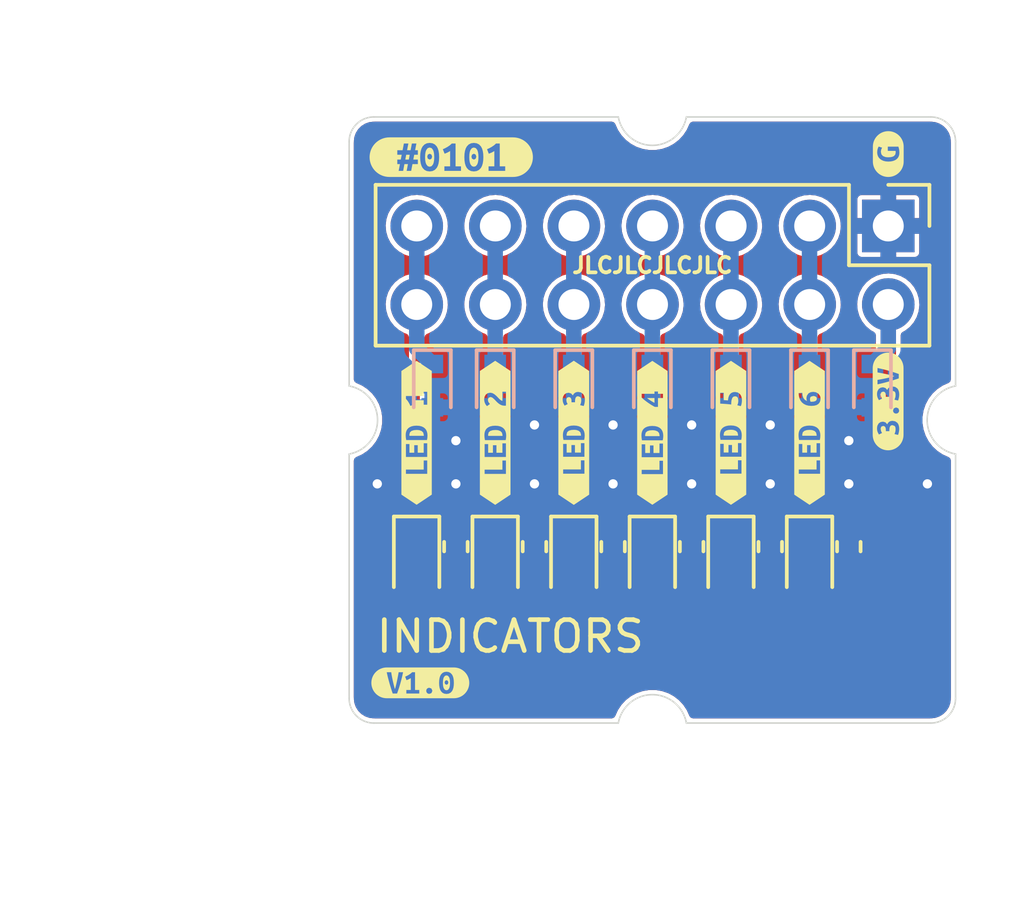
<source format=kicad_pcb>
(kicad_pcb (version 20211014) (generator pcbnew)
  (title_block (title "#0101 INDICATORS") (date "2022-10-07") (rev "V1.0") (company "TileParts"))
  (layers (0 "F.Cu" signal) (31 "B.Cu" signal) (34 "B.Paste" user) (35 "F.Paste" user) (36 "B.SilkS" user "B.Silkscreen") (37 "F.SilkS" user "F.Silkscreen") (38 "B.Mask" user) (39 "F.Mask" user) (44 "Edge.Cuts" user))
  (net 0 "")
  (net 1 "Net-(D1-Pad1)")
  (net 2 "VCC")
  (net 3 "Net-(D2-Pad1)")
  (net 4 "Net-(D3-Pad1)")
  (net 5 "Net-(D4-Pad1)")
  (net 6 "Net-(D5-Pad1)")
  (net 7 "Net-(D6-Pad1)")
  (net 8 "/LED1")
  (net 9 "GND")
  (net 10 "/LED2")
  (net 11 "/LED3")
  (net 12 "/LED4")
  (net 13 "/LED5")
  (net 14 "/LED6")
  (footprint "kibuzzard-633FDF9B" (layer "F.Cu") (at 115.08 110.414 90)
    (fp_text reference "kibuzzard-633FDF9B" hide)
    (fp_text value "G***" hide)
  )
  (footprint "Resistor_SMD:R_0402_1005Metric" (layer "F.Cu") (at 108.73 114.095 90)
    (fp_text reference "R3" hide)
    (fp_text value "1.5K")
    (pad "1" smd roundrect (at -0.51 0 90) (size 0.54 0.64) (layers "F.Cu" "F.Paste" "F.Mask") (net 4 "Net-(D3-Pad1)"))
    (pad "2" smd roundrect (at 0.51 0 90) (size 0.54 0.64) (layers "F.Cu" "F.Paste" "F.Mask") (net 11 "/LED3"))
  )
  (footprint "kibuzzard-633FDFAC" (layer "F.Cu") (at 104.92 110.414 90)
    (fp_text reference "kibuzzard-633FDFAC" hide)
    (fp_text value "G***" hide)
  )
  (footprint "Resistor_SMD:R_0402_1005Metric" (layer "F.Cu") (at 116.35 114.095 90)
    (fp_text reference "R6" hide)
    (fp_text value "1.5K")
    (pad "1" smd roundrect (at -0.51 0 90) (size 0.54 0.64) (layers "F.Cu" "F.Paste" "F.Mask") (net 7 "Net-(D6-Pad1)"))
    (pad "2" smd roundrect (at 0.51 0 90) (size 0.54 0.64) (layers "F.Cu" "F.Paste" "F.Mask") (net 14 "/LED6"))
  )
  (footprint "Resistor_SMD:R_0402_1005Metric" (layer "F.Cu") (at 111.27 114.095 90)
    (fp_text reference "R4" hide)
    (fp_text value "1.5K")
    (pad "1" smd roundrect (at -0.51 0 90) (size 0.54 0.64) (layers "F.Cu" "F.Paste" "F.Mask") (net 5 "Net-(D4-Pad1)"))
    (pad "2" smd roundrect (at 0.51 0 90) (size 0.54 0.64) (layers "F.Cu" "F.Paste" "F.Mask") (net 12 "/LED4"))
  )
  (footprint "kibuzzard-633FE26A" (layer "F.Cu") (at 117.62 109.4 90)
    (fp_text reference "kibuzzard-633FE26A" hide)
    (fp_text value "G***" hide)
  )
  (footprint "kibuzzard-633FDF52" (layer "F.Cu") (at 102.38 110.414 90)
    (fp_text reference "kibuzzard-633FDF52" hide)
    (fp_text value "G***" hide)
  )
  (footprint "LED_SMD:LED_0603_1608Metric" (layer "F.Cu") (at 112.54 114.605 -90)
    (fp_text reference "D5" hide)
    (fp_text value "LED")
    (pad "1" smd roundrect (at -0.7875 0 270) (size 0.875 0.95) (layers "F.Cu" "F.Paste" "F.Mask") (net 6 "Net-(D5-Pad1)"))
    (pad "2" smd roundrect (at 0.7875 0 270) (size 0.875 0.95) (layers "F.Cu" "F.Paste" "F.Mask") (net 2 "VCC"))
  )
  (footprint "kibuzzard-633FE25F" (layer "F.Cu") (at 117.625 101.4 90)
    (fp_text reference "kibuzzard-633FE25F" hide)
    (fp_text value "G***" hide)
  )
  (footprint "kibuzzard-633FDFA3" (layer "F.Cu") (at 110 110.414 90)
    (fp_text reference "kibuzzard-633FDFA3" hide)
    (fp_text value "G***" hide)
  )
  (footprint "LED_SMD:LED_0603_1608Metric" (layer "F.Cu") (at 107.46 114.605 -90)
    (fp_text reference "D3" hide)
    (fp_text value "LED")
    (pad "1" smd roundrect (at -0.7875 0 270) (size 0.875 0.95) (layers "F.Cu" "F.Paste" "F.Mask") (net 4 "Net-(D3-Pad1)"))
    (pad "2" smd roundrect (at 0.7875 0 270) (size 0.875 0.95) (layers "F.Cu" "F.Paste" "F.Mask") (net 2 "VCC"))
  )
  (footprint "Resistor_SMD:R_0402_1005Metric" (layer "F.Cu") (at 106.19 114.095 90)
    (fp_text reference "R2" hide)
    (fp_text value "1.5K")
    (pad "1" smd roundrect (at -0.51 0 90) (size 0.54 0.64) (layers "F.Cu" "F.Paste" "F.Mask") (net 3 "Net-(D2-Pad1)"))
    (pad "2" smd roundrect (at 0.51 0 90) (size 0.54 0.64) (layers "F.Cu" "F.Paste" "F.Mask") (net 10 "/LED2"))
  )
  (footprint "Resistor_SMD:R_0402_1005Metric" (layer "F.Cu") (at 113.81 114.095 90)
    (fp_text reference "R5" hide)
    (fp_text value "1.5K")
    (pad "1" smd roundrect (at -0.51 0 90) (size 0.54 0.64) (layers "F.Cu" "F.Paste" "F.Mask") (net 6 "Net-(D5-Pad1)"))
    (pad "2" smd roundrect (at 0.51 0 90) (size 0.54 0.64) (layers "F.Cu" "F.Paste" "F.Mask") (net 13 "/LED5"))
  )
  (footprint "Resistor_SMD:R_0402_1005Metric" (layer "F.Cu") (at 103.65 114.095 90)
    (fp_text reference "R1" hide)
    (fp_text value "1.5K")
    (pad "1" smd roundrect (at -0.51 0 90) (size 0.54 0.64) (layers "F.Cu" "F.Paste" "F.Mask") (net 1 "Net-(D1-Pad1)"))
    (pad "2" smd roundrect (at 0.51 0 90) (size 0.54 0.64) (layers "F.Cu" "F.Paste" "F.Mask") (net 8 "/LED1"))
  )
  (footprint "kibuzzard-633FDFA7" (layer "F.Cu") (at 107.46 110.414 90)
    (fp_text reference "kibuzzard-633FDFA7" hide)
    (fp_text value "G***" hide)
  )
  (footprint "LED_SMD:LED_0603_1608Metric" (layer "F.Cu") (at 115.08 114.605 -90)
    (fp_text reference "D6" hide)
    (fp_text value "LED")
    (pad "1" smd roundrect (at -0.7875 0 270) (size 0.875 0.95) (layers "F.Cu" "F.Paste" "F.Mask") (net 7 "Net-(D6-Pad1)"))
    (pad "2" smd roundrect (at 0.7875 0 270) (size 0.875 0.95) (layers "F.Cu" "F.Paste" "F.Mask") (net 2 "VCC"))
  )
  (footprint "LED_SMD:LED_0603_1608Metric" (layer "F.Cu") (at 104.92 114.605 -90)
    (fp_text reference "D2" hide)
    (fp_text value "LED")
    (pad "1" smd roundrect (at -0.7875 0 270) (size 0.875 0.95) (layers "F.Cu" "F.Paste" "F.Mask") (net 3 "Net-(D2-Pad1)"))
    (pad "2" smd roundrect (at 0.7875 0 270) (size 0.875 0.95) (layers "F.Cu" "F.Paste" "F.Mask") (net 2 "VCC"))
  )
  (footprint "kibuzzard-633FDF9F" (layer "F.Cu") (at 112.54 110.414 90)
    (fp_text reference "kibuzzard-633FDF9F" hide)
    (fp_text value "G***" hide)
  )
  (footprint "Connector_PinHeader_2.54mm:PinHeader_2x07_P2.54mm_Vertical" (layer "F.Cu") (at 117.625 103.725 -90)
    (fp_text reference "J1" hide)
    (fp_text value "Conn_02x07_Odd_Even")
    (pad "1" thru_hole rect (at 0 0 270) (size 1.7 1.7) (drill 1) (layers *.Cu *.Mask) (net 9 "GND"))
    (pad "2" thru_hole oval (at 2.54 0 270) (size 1.7 1.7) (drill 1) (layers *.Cu *.Mask) (net 2 "VCC"))
    (pad "3" thru_hole oval (at 0 2.54 270) (size 1.7 1.7) (drill 1) (layers *.Cu *.Mask) (net 14 "/LED6"))
    (pad "4" thru_hole oval (at 2.54 2.54 270) (size 1.7 1.7) (drill 1) (layers *.Cu *.Mask) (net 14 "/LED6"))
    (pad "5" thru_hole oval (at 0 5.08 270) (size 1.7 1.7) (drill 1) (layers *.Cu *.Mask) (net 13 "/LED5"))
    (pad "6" thru_hole oval (at 2.54 5.08 270) (size 1.7 1.7) (drill 1) (layers *.Cu *.Mask) (net 13 "/LED5"))
    (pad "7" thru_hole oval (at 0 7.62 270) (size 1.7 1.7) (drill 1) (layers *.Cu *.Mask) (net 12 "/LED4"))
    (pad "8" thru_hole oval (at 2.54 7.62 270) (size 1.7 1.7) (drill 1) (layers *.Cu *.Mask) (net 12 "/LED4"))
    (pad "9" thru_hole oval (at 0 10.16 270) (size 1.7 1.7) (drill 1) (layers *.Cu *.Mask) (net 11 "/LED3"))
    (pad "10" thru_hole oval (at 2.54 10.16 270) (size 1.7 1.7) (drill 1) (layers *.Cu *.Mask) (net 11 "/LED3"))
    (pad "11" thru_hole oval (at 0 12.7 270) (size 1.7 1.7) (drill 1) (layers *.Cu *.Mask) (net 10 "/LED2"))
    (pad "12" thru_hole oval (at 2.54 12.7 270) (size 1.7 1.7) (drill 1) (layers *.Cu *.Mask) (net 10 "/LED2"))
    (pad "13" thru_hole oval (at 0 15.24 270) (size 1.7 1.7) (drill 1) (layers *.Cu *.Mask) (net 8 "/LED1"))
    (pad "14" thru_hole oval (at 2.54 15.24 270) (size 1.7 1.7) (drill 1) (layers *.Cu *.Mask) (net 8 "/LED1"))
  )
  (footprint "kibuzzard-63351A9D" (layer "F.Cu") (at 102.5 118.5)
    (fp_text reference "kibuzzard-63351A9D" hide)
    (fp_text value "G***" hide)
  )
  (footprint "kibuzzard-63351A8A" (layer "F.Cu") (at 103.5 101.5)
    (fp_text reference "kibuzzard-63351A8A" hide)
    (fp_text value "G***" hide)
  )
  (footprint "LED_SMD:LED_0603_1608Metric" (layer "F.Cu") (at 102.38 114.605 -90)
    (fp_text reference "D1" hide)
    (fp_text value "LED")
    (pad "1" smd roundrect (at -0.7875 0 270) (size 0.875 0.95) (layers "F.Cu" "F.Paste" "F.Mask") (net 1 "Net-(D1-Pad1)"))
    (pad "2" smd roundrect (at 0.7875 0 270) (size 0.875 0.95) (layers "F.Cu" "F.Paste" "F.Mask") (net 2 "VCC"))
  )
  (footprint "LED_SMD:LED_0603_1608Metric" (layer "F.Cu") (at 110 114.605 -90)
    (fp_text reference "D4" hide)
    (fp_text value "LED")
    (pad "1" smd roundrect (at -0.7875 0 270) (size 0.875 0.95) (layers "F.Cu" "F.Paste" "F.Mask") (net 5 "Net-(D4-Pad1)"))
    (pad "2" smd roundrect (at 0.7875 0 270) (size 0.875 0.95) (layers "F.Cu" "F.Paste" "F.Mask") (net 2 "VCC"))
  )
  (footprint "Diode_SMD:D_SOD-523" (layer "B.Cu") (at 107.46 108.89 -90)
    (fp_text reference "D9" hide)
    (fp_text value "LESD5Z5.0CT1G")
    (pad "1" smd rect (at -0.7 0 90) (size 0.6 0.7) (layers "B.Cu" "B.Paste" "B.Mask") (net 11 "/LED3"))
    (pad "2" smd rect (at 0.7 0 90) (size 0.6 0.7) (layers "B.Cu" "B.Paste" "B.Mask") (net 9 "GND"))
  )
  (footprint "Diode_SMD:D_SOD-523" (layer "B.Cu") (at 110 108.89 -90)
    (fp_text reference "D10" hide)
    (fp_text value "LESD5Z5.0CT1G")
    (pad "1" smd rect (at -0.7 0 90) (size 0.6 0.7) (layers "B.Cu" "B.Paste" "B.Mask") (net 12 "/LED4"))
    (pad "2" smd rect (at 0.7 0 90) (size 0.6 0.7) (layers "B.Cu" "B.Paste" "B.Mask") (net 9 "GND"))
  )
  (footprint "Diode_SMD:D_SOD-523" (layer "B.Cu") (at 102.888 108.89 -90)
    (fp_text reference "D7" hide)
    (fp_text value "LESD5Z5.0CT1G")
    (pad "1" smd rect (at -0.7 0 90) (size 0.6 0.7) (layers "B.Cu" "B.Paste" "B.Mask") (net 8 "/LED1"))
    (pad "2" smd rect (at 0.7 0 90) (size 0.6 0.7) (layers "B.Cu" "B.Paste" "B.Mask") (net 9 "GND"))
  )
  (footprint "Diode_SMD:D_SOD-523" (layer "B.Cu") (at 115.08 108.89 -90)
    (fp_text reference "D12" hide)
    (fp_text value "LESD5Z5.0CT1G")
    (pad "1" smd rect (at -0.7 0 90) (size 0.6 0.7) (layers "B.Cu" "B.Paste" "B.Mask") (net 14 "/LED6"))
    (pad "2" smd rect (at 0.7 0 90) (size 0.6 0.7) (layers "B.Cu" "B.Paste" "B.Mask") (net 9 "GND"))
  )
  (footprint "Diode_SMD:D_SOD-523" (layer "B.Cu") (at 104.92 108.89 -90)
    (fp_text reference "D8" hide)
    (fp_text value "LESD5Z5.0CT1G")
    (pad "1" smd rect (at -0.7 0 90) (size 0.6 0.7) (layers "B.Cu" "B.Paste" "B.Mask") (net 10 "/LED2"))
    (pad "2" smd rect (at 0.7 0 90) (size 0.6 0.7) (layers "B.Cu" "B.Paste" "B.Mask") (net 9 "GND"))
  )
  (footprint "Diode_SMD:D_SOD-523" (layer "B.Cu") (at 117.112 108.89 -90)
    (fp_text reference "D13" hide)
    (fp_text value "LESD5Z5.0CT1G")
    (pad "1" smd rect (at -0.7 0 90) (size 0.6 0.7) (layers "B.Cu" "B.Paste" "B.Mask") (net 2 "VCC"))
    (pad "2" smd rect (at 0.7 0 90) (size 0.6 0.7) (layers "B.Cu" "B.Paste" "B.Mask") (net 9 "GND"))
  )
  (footprint "Diode_SMD:D_SOD-523" (layer "B.Cu") (at 112.54 108.89 -90)
    (fp_text reference "D11" hide)
    (fp_text value "LESD5Z5.0CT1G")
    (pad "1" smd rect (at -0.7 0 90) (size 0.6 0.7) (layers "B.Cu" "B.Paste" "B.Mask") (net 13 "/LED5"))
    (pad "2" smd rect (at 0.7 0 90) (size 0.6 0.7) (layers "B.Cu" "B.Paste" "B.Mask") (net 9 "GND"))
  )
  (gr_line (start 108.900001 100.2) (end 101 100.2) (layer "Edge.Cuts") (width 0.05))
  (gr_line (start 100.2 111.1) (end 100.2 119) (layer "Edge.Cuts") (width 0.05))
  (gr_arc (start 100.2 101) (mid 100.434315 100.434315) (end 101 100.2) (layer "Edge.Cuts") (width 0.05))
  (gr_line (start 111.099999 100.2) (end 119 100.2) (layer "Edge.Cuts") (width 0.05))
  (gr_arc (start 119.8 119) (mid 119.565685 119.565685) (end 119 119.8) (layer "Edge.Cuts") (width 0.05))
  (gr_arc (start 111.099999 100.2) (mid 110 101.118033) (end 108.900001 100.2) (layer "Edge.Cuts") (width 0.05))
  (gr_arc (start 100.2 108.900001) (mid 101.118033 110) (end 100.2 111.099999) (layer "Edge.Cuts") (width 0.05))
  (gr_line (start 119.8 119) (end 119.8 111.1) (layer "Edge.Cuts") (width 0.05))
  (gr_line (start 119.8 101) (end 119.8 108.9) (layer "Edge.Cuts") (width 0.05))
  (gr_arc (start 119 100.2) (mid 119.565685 100.434315) (end 119.8 101) (layer "Edge.Cuts") (width 0.05))
  (gr_arc (start 119.8 111.099999) (mid 118.881967 110) (end 119.8 108.900001) (layer "Edge.Cuts") (width 0.05))
  (gr_arc (start 101 119.8) (mid 100.434315 119.565685) (end 100.2 119) (layer "Edge.Cuts") (width 0.05))
  (gr_line (start 101 119.8) (end 108.9 119.8) (layer "Edge.Cuts") (width 0.05))
  (gr_line (start 100.2 101) (end 100.2 108.9) (layer "Edge.Cuts") (width 0.05))
  (gr_arc (start 108.900001 119.8) (mid 110 118.881967) (end 111.099999 119.8) (layer "Edge.Cuts") (width 0.05))
  (gr_line (start 119 119.8) (end 111.1 119.8) (layer "Edge.Cuts") (width 0.05))
  (gr_text "JLCJLCJLCJLC" (at 110 105) (layer "F.SilkS") (effects (font (size 0.5 0.5) (thickness 0.12))))
  (gr_text "INDICATORS" (at 101 117) (layer "F.SilkS") (effects (font (size 1 1)) (justify left)))
  (segment (start 103.1675 114.605) (end 102.38 113.8175) (width 0.2) (layer "F.Cu") (net 1))
  (segment (start 103.65 114.605) (end 103.1675 114.605) (width 0.2) (layer "F.Cu") (net 1))
  (segment (start 102.38 115.3925) (end 116.9075 115.3925) (width 0.5) (layer "F.Cu") (net 2))
  (segment (start 117.625 114.675) (end 117.625 106.265) (width 0.5) (layer "F.Cu") (net 2))
  (segment (start 116.9075 115.3925) (end 117.625 114.675) (width 0.5) (layer "F.Cu") (net 2))
  (segment (start 117.625 107.677) (end 117.112 108.19) (width 0.5) (layer "B.Cu") (net 2))
  (segment (start 117.625 106.265) (end 117.625 107.677) (width 0.5) (layer "B.Cu") (net 2))
  (segment (start 105.7075 114.605) (end 104.92 113.8175) (width 0.2) (layer "F.Cu") (net 3))
  (segment (start 106.19 114.605) (end 105.7075 114.605) (width 0.2) (layer "F.Cu") (net 3))
  (segment (start 108.73 114.605) (end 108.2475 114.605) (width 0.2) (layer "F.Cu") (net 4))
  (segment (start 108.2475 114.605) (end 107.46 113.8175) (width 0.2) (layer "F.Cu") (net 4))
  (segment (start 110.7875 114.605) (end 110 113.8175) (width 0.2) (layer "F.Cu") (net 5))
  (segment (start 111.27 114.605) (end 110.7875 114.605) (width 0.2) (layer "F.Cu") (net 5))
  (segment (start 113.81 114.605) (end 113.3275 114.605) (width 0.2) (layer "F.Cu") (net 6))
  (segment (start 113.3275 114.605) (end 112.54 113.8175) (width 0.2) (layer "F.Cu") (net 6))
  (segment (start 116.35 114.605) (end 115.8675 114.605) (width 0.2) (layer "F.Cu") (net 7))
  (segment (start 115.8675 114.605) (end 115.08 113.8175) (width 0.2) (layer "F.Cu") (net 7))
  (segment (start 102.385 106.265) (end 102.385 112.32) (width 0.2) (layer "F.Cu") (net 8))
  (segment (start 102.385 112.32) (end 103.65 113.585) (width 0.2) (layer "F.Cu") (net 8))
  (segment (start 102.385 103.725) (end 102.385 107.687) (width 0.5) (layer "B.Cu") (net 8))
  (segment (start 102.385 107.687) (end 102.888 108.19) (width 0.5) (layer "B.Cu") (net 8))
  (segment (start 102.38 103.73) (end 102.385 103.725) (width 0.5) (layer "B.Cu") (net 8))
  (via (at 101.11 112.065) (size 0.5) (drill 0.3) (layers "F.Cu" "B.Cu") (net 9))
  (via (at 111.27 112.065) (size 0.5) (drill 0.3) (layers "F.Cu" "B.Cu") (net 9))
  (via (at 108.73 112.065) (size 0.5) (drill 0.3) (layers "F.Cu" "B.Cu") (net 9))
  (via (at 108.73 110.16) (size 0.5) (drill 0.3) (layers "F.Cu" "B.Cu") (net 9))
  (via (at 103.65 112.065) (size 0.5) (drill 0.3) (layers "F.Cu" "B.Cu") (net 9))
  (via (at 116.35 112.065) (size 0.5) (drill 0.3) (layers "F.Cu" "B.Cu") (net 9))
  (via (at 113.81 110.16) (size 0.5) (drill 0.3) (layers "F.Cu" "B.Cu") (net 9))
  (via (at 106.19 110.16) (size 0.5) (drill 0.3) (layers "F.Cu" "B.Cu") (net 9))
  (via (at 106.19 112.065) (size 0.5) (drill 0.3) (layers "F.Cu" "B.Cu") (net 9))
  (via (at 118.89 112.065) (size 0.5) (drill 0.3) (layers "F.Cu" "B.Cu") (net 9))
  (via (at 111.27 110.16) (size 0.5) (drill 0.3) (layers "F.Cu" "B.Cu") (net 9))
  (via (at 116.35 110.668) (size 0.5) (drill 0.3) (layers "F.Cu" "B.Cu") (net 9))
  (via (at 113.81 112.065) (size 0.5) (drill 0.3) (layers "F.Cu" "B.Cu") (net 9))
  (via (at 103.65 110.668) (size 0.5) (drill 0.3) (layers "F.Cu" "B.Cu") (net 9))
  (segment (start 104.925 112.32) (end 106.19 113.585) (width 0.2) (layer "F.Cu") (net 10))
  (segment (start 104.925 106.265) (end 104.925 112.32) (width 0.2) (layer "F.Cu") (net 10))
  (segment (start 104.92 103.73) (end 104.925 103.725) (width 0.5) (layer "B.Cu") (net 10))
  (segment (start 104.92 108.19) (end 104.92 103.73) (width 0.5) (layer "B.Cu") (net 10))
  (segment (start 107.465 112.32) (end 108.73 113.585) (width 0.2) (layer "F.Cu") (net 11))
  (segment (start 107.465 106.265) (end 107.465 112.32) (width 0.2) (layer "F.Cu") (net 11))
  (segment (start 107.46 103.73) (end 107.465 103.725) (width 0.5) (layer "B.Cu") (net 11))
  (segment (start 107.46 108.19) (end 107.46 103.73) (width 0.5) (layer "B.Cu") (net 11))
  (segment (start 110.005 112.32) (end 111.27 113.585) (width 0.2) (layer "F.Cu") (net 12))
  (segment (start 110.005 106.265) (end 110.005 112.32) (width 0.2) (layer "F.Cu") (net 12))
  (segment (start 110 108.19) (end 110 103.73) (width 0.5) (layer "B.Cu") (net 12))
  (segment (start 110 103.73) (end 110.005 103.725) (width 0.5) (layer "B.Cu") (net 12))
  (segment (start 112.545 112.32) (end 113.81 113.585) (width 0.2) (layer "F.Cu") (net 13))
  (segment (start 112.545 106.265) (end 112.545 112.32) (width 0.2) (layer "F.Cu") (net 13))
  (segment (start 112.54 108.19) (end 112.54 103.73) (width 0.5) (layer "B.Cu") (net 13))
  (segment (start 112.54 103.73) (end 112.545 103.725) (width 0.5) (layer "B.Cu") (net 13))
  (segment (start 115.085 112.32) (end 116.35 113.585) (width 0.2) (layer "F.Cu") (net 14))
  (segment (start 115.085 106.265) (end 115.085 112.32) (width 0.2) (layer "F.Cu") (net 14))
  (segment (start 115.08 103.73) (end 115.085 103.725) (width 0.5) (layer "B.Cu") (net 14))
  (segment (start 115.08 108.19) (end 115.08 103.73) (width 0.5) (layer "B.Cu") (net 14))
  (zone (net 9) (net_name "GND") (layers F&B.Cu) (connect_pads (clearance 0.15)) (min_thickness 0.254) (fill yes (thermal_gap 0.15) (thermal_bridge_width 0.508) (smoothing fillet) (radius 1))
    (polygon (pts (xy 120 120) (xy 100 120) (xy 100 100) (xy 120 100)))
  )
)
</source>
